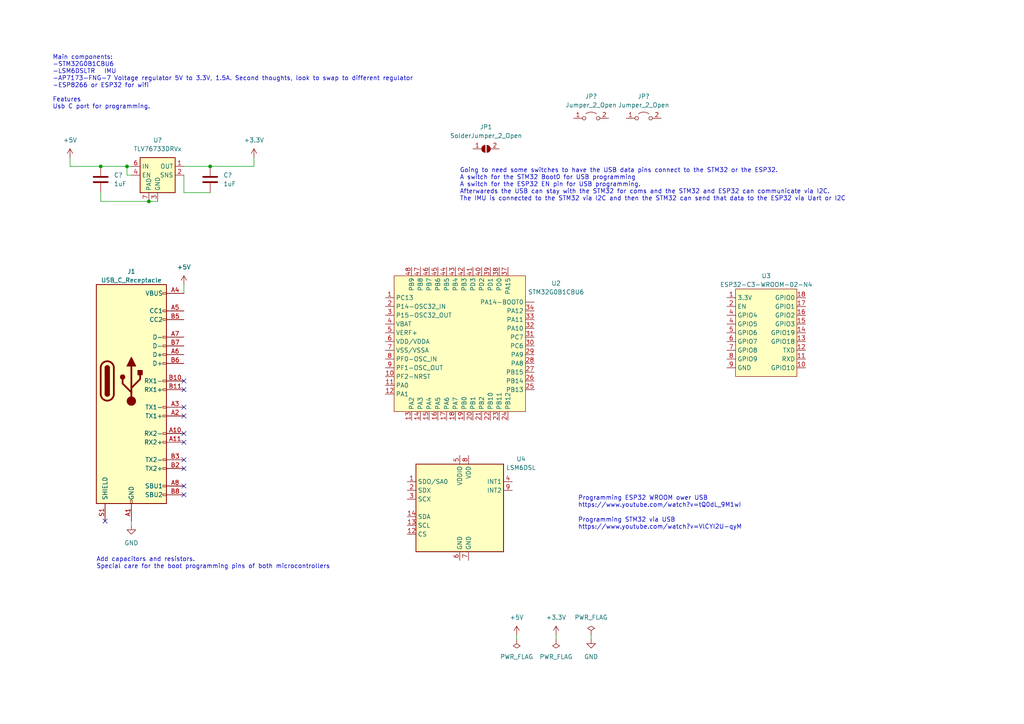
<source format=kicad_sch>
(kicad_sch (version 20211123) (generator eeschema)
  (paper "A4")
  (title_block (title "Microll"))
  (lib_symbols
    (symbol "Connector:USB_C_Receptacle" (pin_names (offset 1.016))
      (property "Reference" "J" (at -10.16 29.21 0))
      (property "Value" "USB_C_Receptacle" (at 10.16 29.21 0))
      (symbol "USB_C_Receptacle_0_0"
        (rectangle (start -0.254 -35.56) (end 0.254 -34.544))
        (rectangle (start 10.16 -32.766) (end 9.144 -33.274))
        (rectangle (start 10.16 -30.226) (end 9.144 -30.734))
        (rectangle (start 10.16 -25.146) (end 9.144 -25.654))
        (rectangle (start 10.16 -22.606) (end 9.144 -23.114))
        (rectangle (start 10.16 -17.526) (end 9.144 -18.034))
        (rectangle (start 10.16 -14.986) (end 9.144 -15.494))
        (rectangle (start 10.16 -9.906) (end 9.144 -10.414))
        (rectangle (start 10.16 -7.366) (end 9.144 -7.874))
        (rectangle (start 10.16 -2.286) (end 9.144 -2.794))
        (rectangle (start 10.16 0.254) (end 9.144 -0.254))
        (rectangle (start 10.16 5.334) (end 9.144 4.826))
        (rectangle (start 10.16 7.874) (end 9.144 7.366))
        (rectangle (start 10.16 10.414) (end 9.144 9.906))
        (rectangle (start 10.16 12.954) (end 9.144 12.446))
        (rectangle (start 10.16 18.034) (end 9.144 17.526))
        (rectangle (start 10.16 20.574) (end 9.144 20.066))
        (rectangle (start 10.16 25.654) (end 9.144 25.146))
      )
      (symbol "USB_C_Receptacle_0_1"
        (rectangle (start -10.16 27.94) (end 10.16 -35.56) (stroke (width 0.254)) (fill (type background)))
        (arc (start -8.89 -3.81) (mid -6.985 -5.715) (end -5.08 -3.81) (stroke (width 0.508)))
        (arc (start -7.62 -3.81) (mid -6.985 -4.445) (end -6.35 -3.81) (stroke (width 0.254)))
        (arc (start -7.62 -3.81) (mid -6.985 -4.445) (end -6.35 -3.81) (stroke (width 0.254)) (fill (type outline)))
        (rectangle (start -7.62 -3.81) (end -6.35 3.81) (stroke (width 0.254)) (fill (type outline)))
        (arc (start -6.35 3.81) (mid -6.985 4.445) (end -7.62 3.81) (stroke (width 0.254)))
        (arc (start -6.35 3.81) (mid -6.985 4.445) (end -7.62 3.81) (stroke (width 0.254)) (fill (type outline)))
        (arc (start -5.08 3.81) (mid -6.985 5.715) (end -8.89 3.81) (stroke (width 0.508)))
        (polyline (pts (xy -8.89 -3.81) (xy -8.89 3.81)) (stroke (width 0.508)))
        (polyline (pts (xy -5.08 3.81) (xy -5.08 -3.81)) (stroke (width 0.508)))
      )
      (symbol "USB_C_Receptacle_1_1"
        (circle (center -2.54 1.143) (radius 0.635) (stroke (width 0.254)) (fill (type outline)))
        (circle (center 0 -5.842) (radius 1.27) (fill (type outline)))
        (polyline (pts (xy 0 -5.842) (xy 0 4.318)) (stroke (width 0.508)))
        (polyline (pts (xy 0 -3.302) (xy -2.54 -0.762) (xy -2.54 0.508)) (stroke (width 0.508)))
        (polyline (pts (xy 0 -2.032) (xy 2.54 0.508) (xy 2.54 1.778)) (stroke (width 0.508)))
        (polyline (pts (xy -1.27 4.318) (xy 0 6.858) (xy 1.27 4.318) (xy -1.27 4.318)) (stroke (width 0.254)) (fill (type outline)))
        (rectangle (start 1.905 1.778) (end 3.175 3.048) (stroke (width 0.254)) (fill (type outline)))
        (pin passive line (at 0 -40.64 90) (length 5.08) (name "GND") (number "A1"))
        (pin bidirectional line (at 15.24 -15.24 180) (length 5.08) (name "RX2-") (number "A10"))
        (pin bidirectional line (at 15.24 -17.78 180) (length 5.08) (name "RX2+") (number "A11"))
        (pin passive line (at 0 -40.64 90) (length 5.08) hide (name "GND") (number "A12"))
        (pin bidirectional line (at 15.24 -10.16 180) (length 5.08) (name "TX1+") (number "A2"))
        (pin bidirectional line (at 15.24 -7.62 180) (length 5.08) (name "TX1-") (number "A3"))
        (pin passive line (at 15.24 25.4 180) (length 5.08) (name "VBUS") (number "A4"))
        (pin bidirectional line (at 15.24 20.32 180) (length 5.08) (name "CC1") (number "A5"))
        (pin bidirectional line (at 15.24 7.62 180) (length 5.08) (name "D+") (number "A6"))
        (pin bidirectional line (at 15.24 12.7 180) (length 5.08) (name "D-") (number "A7"))
        (pin bidirectional line (at 15.24 -30.48 180) (length 5.08) (name "SBU1") (number "A8"))
        (pin passive line (at 15.24 25.4 180) (length 5.08) hide (name "VBUS") (number "A9"))
        (pin passive line (at 0 -40.64 90) (length 5.08) hide (name "GND") (number "B1"))
        (pin bidirectional line (at 15.24 0 180) (length 5.08) (name "RX1-") (number "B10"))
        (pin bidirectional line (at 15.24 -2.54 180) (length 5.08) (name "RX1+") (number "B11"))
        (pin passive line (at 0 -40.64 90) (length 5.08) hide (name "GND") (number "B12"))
        (pin bidirectional line (at 15.24 -25.4 180) (length 5.08) (name "TX2+") (number "B2"))
        (pin bidirectional line (at 15.24 -22.86 180) (length 5.08) (name "TX2-") (number "B3"))
        (pin passive line (at 15.24 25.4 180) (length 5.08) hide (name "VBUS") (number "B4"))
        (pin bidirectional line (at 15.24 17.78 180) (length 5.08) (name "CC2") (number "B5"))
        (pin bidirectional line (at 15.24 5.08 180) (length 5.08) (name "D+") (number "B6"))
        (pin bidirectional line (at 15.24 10.16 180) (length 5.08) (name "D-") (number "B7"))
        (pin bidirectional line (at 15.24 -33.02 180) (length 5.08) (name "SBU2") (number "B8"))
        (pin passive line (at 15.24 25.4 180) (length 5.08) hide (name "VBUS") (number "B9"))
        (pin passive line (at -7.62 -40.64 90) (length 5.08) (name "SHIELD") (number "S1"))
      )
    )
    (symbol "Device:C" (pin_numbers hide) (pin_names (offset 0.254))
      (property "Reference" "C" (at 0.635 2.54 0))
      (property "Value" "C" (at 0.635 -2.54 0))
      (symbol "C_0_1"
        (polyline (pts (xy -2.032 -0.762) (xy 2.032 -0.762)) (stroke (width 0.508)))
        (polyline (pts (xy -2.032 0.762) (xy 2.032 0.762)) (stroke (width 0.508)))
      )
      (symbol "C_1_1"
        (pin passive line (at 0 3.81 270) (length 2.794) (name "~") (number "1"))
        (pin passive line (at 0 -3.81 90) (length 2.794) (name "~") (number "2"))
      )
    )
    (symbol "ESP32:ESP32-C3-WROOM-02-N4"
      (property "Reference" "U" (at 0 12.7 0))
      (property "Value" "ESP32-C3-WROOM-02-N4" (at 0 10.16 0))
      (symbol "ESP32-C3-WROOM-02-N4_0_1"
        (rectangle (start -8.89 8.89) (end 8.89 -16.51) (fill (type background)))
      )
      (symbol "ESP32-C3-WROOM-02-N4_1_1"
        (pin input line (at -11.43 6.35 0) (length 2.54) (name "3.3V") (number "1"))
        (pin input line (at 11.43 -13.97 180) (length 2.54) (name "GPIO10") (number "10"))
        (pin input line (at 11.43 -11.43 180) (length 2.54) (name "RXD") (number "11"))
        (pin input line (at 11.43 -8.89 180) (length 2.54) (name "TXD") (number "12"))
        (pin input line (at 11.43 -6.35 180) (length 2.54) (name "GPIO18") (number "13"))
        (pin input line (at 11.43 -3.81 180) (length 2.54) (name "GPIO19") (number "14"))
        (pin input line (at 11.43 -1.27 180) (length 2.54) (name "GPIO3") (number "15"))
        (pin input line (at 11.43 1.27 180) (length 2.54) (name "GPIO2") (number "16"))
        (pin input line (at 11.43 3.81 180) (length 2.54) (name "GPIO1") (number "17"))
        (pin input line (at 11.43 6.35 180) (length 2.54) (name "GPIO0") (number "18"))
        (pin input line (at -11.43 3.81 0) (length 2.54) (name "EN") (number "2"))
        (pin input line (at -11.43 1.27 0) (length 2.54) (name "GPIO4") (number "4"))
        (pin input line (at -11.43 -1.27 0) (length 2.54) (name "GPIO5") (number "4"))
        (pin input line (at -11.43 -3.81 0) (length 2.54) (name "GPIO6") (number "5"))
        (pin input line (at -11.43 -6.35 0) (length 2.54) (name "GPIO7") (number "6"))
        (pin input line (at -11.43 -8.89 0) (length 2.54) (name "GPIO8") (number "7"))
        (pin input line (at -11.43 -11.43 0) (length 2.54) (name "GPIO9") (number "8"))
        (pin input line (at -11.43 -13.97 0) (length 2.54) (name "GND") (number "9"))
      )
    )
    (symbol "Jumper:Jumper_2_Open" (pin_names (offset 0) hide)
      (property "Reference" "JP" (at 0 2.794 0))
      (property "Value" "Jumper_2_Open" (at 0 -2.286 0))
      (symbol "Jumper_2_Open_0_0"
        (circle (center -2.032 0) (radius 0.508))
        (circle (center 2.032 0) (radius 0.508))
      )
      (symbol "Jumper_2_Open_0_1"
        (arc (start 1.524 1.27) (mid 0 1.778) (end -1.524 1.27))
      )
      (symbol "Jumper_2_Open_1_1"
        (pin passive line (at -5.08 0 0) (length 2.54) (name "A") (number "1"))
        (pin passive line (at 5.08 0 180) (length 2.54) (name "B") (number "2"))
      )
    )
    (symbol "Jumper:SolderJumper_2_Open" (pin_names (offset 0) hide)
      (property "Reference" "JP" (at 0 2.032 0))
      (property "Value" "SolderJumper_2_Open" (at 0 -2.54 0))
      (symbol "SolderJumper_2_Open_0_1"
        (arc (start -0.254 1.016) (mid -1.27 0) (end -0.254 -1.016))
        (arc (start -0.254 1.016) (mid -1.27 0) (end -0.254 -1.016) (fill (type outline)))
        (polyline (pts (xy -0.254 1.016) (xy -0.254 -1.016)))
        (polyline (pts (xy 0.254 1.016) (xy 0.254 -1.016)))
        (arc (start 0.254 -1.016) (mid 1.27 0) (end 0.254 1.016))
        (arc (start 0.254 -1.016) (mid 1.27 0) (end 0.254 1.016) (fill (type outline)))
      )
      (symbol "SolderJumper_2_Open_1_1"
        (pin passive line (at -3.81 0 0) (length 2.54) (name "A") (number "1"))
        (pin passive line (at 3.81 0 180) (length 2.54) (name "B") (number "2"))
      )
    )
    (symbol "Regulator_Linear:TLV76733DRVx"
      (property "Reference" "U" (at 0 8.89 0))
      (property "Value" "TLV76733DRVx" (at 0 6.35 0))
      (symbol "TLV76733DRVx_0_1"
        (rectangle (start -5.08 -5.08) (end 5.08 5.08) (stroke (width 0.254)) (fill (type background)))
      )
      (symbol "TLV76733DRVx_1_1"
        (pin power_out line (at 7.62 2.54 180) (length 2.54) (name "OUT") (number "1"))
        (pin input line (at 7.62 0 180) (length 2.54) (name "SNS") (number "2"))
        (pin power_in line (at 0 -7.62 90) (length 2.54) (name "GND") (number "3"))
        (pin input line (at -7.62 0 0) (length 2.54) (name "EN") (number "4"))
        (pin passive line (at 0 -7.62 90) (length 2.54) hide (name "GND") (number "5"))
        (pin power_in line (at -7.62 2.54 0) (length 2.54) (name "IN") (number "6"))
        (pin passive line (at -2.54 -7.62 90) (length 2.54) (name "PAD") (number "7"))
      )
    )
    (symbol "STM32:STM32G0B1CBU6"
      (property "Reference" "U" (at 19.05 24.13 0))
      (property "Value" "STM32G0B1CBU6" (at 24.13 21.59 0))
      (symbol "STM32G0B1CBU6_0_1"
        (rectangle (start -19.05 20.32) (end 19.05 -19.05) (fill (type background)))
      )
      (symbol "STM32G0B1CBU6_1_1"
        (pin input line (at 21.59 12.7 180) (length 2.54) (name "PA14-BOOT0") (number ""))
        (pin input line (at -21.59 13.97 0) (length 2.54) (name "PC13") (number "1"))
        (pin input line (at -21.59 -8.89 0) (length 2.54) (name "PF2-NRST") (number "10"))
        (pin input line (at -21.59 -11.43 0) (length 2.54) (name "PA0") (number "11"))
        (pin input line (at -21.59 -13.97 0) (length 2.54) (name "PA1") (number "12"))
        (pin input line (at -13.97 -21.59 90) (length 2.54) (name "PA2") (number "13"))
        (pin input line (at -11.43 -21.59 90) (length 2.54) (name "PA3") (number "14"))
        (pin input line (at -8.89 -21.59 90) (length 2.54) (name "PA4") (number "15"))
        (pin input line (at -6.35 -21.59 90) (length 2.54) (name "PA5") (number "16"))
        (pin input line (at -3.81 -21.59 90) (length 2.54) (name "PA6") (number "17"))
        (pin input line (at -1.27 -21.59 90) (length 2.54) (name "PA7") (number "18"))
        (pin input line (at 1.27 -21.59 90) (length 2.54) (name "PB0") (number "19"))
        (pin input line (at -21.59 11.43 0) (length 2.54) (name "P14-OSC32_IN") (number "2"))
        (pin input line (at 3.81 -21.59 90) (length 2.54) (name "PB1") (number "20"))
        (pin input line (at 6.35 -21.59 90) (length 2.54) (name "PB2") (number "21"))
        (pin input line (at 8.89 -21.59 90) (length 2.54) (name "PB10") (number "22"))
        (pin input line (at 11.43 -21.59 90) (length 2.54) (name "PB11") (number "23"))
        (pin input line (at 13.97 -21.59 90) (length 2.54) (name "PB12") (number "24"))
        (pin input line (at 21.59 -12.7 180) (length 2.54) (name "PB13") (number "25"))
        (pin input line (at 21.59 -10.16 180) (length 2.54) (name "PB14") (number "26"))
        (pin input line (at 21.59 -7.62 180) (length 2.54) (name "PB15") (number "27"))
        (pin input line (at 21.59 -5.08 180) (length 2.54) (name "PA8") (number "28"))
        (pin input line (at 21.59 -2.54 180) (length 2.54) (name "PA9") (number "29"))
        (pin input line (at -21.59 8.89 0) (length 2.54) (name "P15-OSC32_OUT") (number "3"))
        (pin input line (at 21.59 0 180) (length 2.54) (name "PC6") (number "30"))
        (pin input line (at 21.59 2.54 180) (length 2.54) (name "PC7") (number "31"))
        (pin input line (at 21.59 5.08 180) (length 2.54) (name "PA10") (number "32"))
        (pin input line (at 21.59 7.62 180) (length 2.54) (name "PA11") (number "33"))
        (pin input line (at 21.59 10.16 180) (length 2.54) (name "PA12") (number "34"))
        (pin input line (at 13.97 22.86 270) (length 2.54) (name "PA15") (number "37"))
        (pin input line (at 11.43 22.86 270) (length 2.54) (name "PD0") (number "38"))
        (pin input line (at 8.89 22.86 270) (length 2.54) (name "PD1") (number "39"))
        (pin input line (at -21.59 6.35 0) (length 2.54) (name "VBAT") (number "4"))
        (pin input line (at 6.35 22.86 270) (length 2.54) (name "PD2") (number "40"))
        (pin input line (at 3.81 22.86 270) (length 2.54) (name "PD3") (number "41"))
        (pin input line (at 1.27 22.86 270) (length 2.54) (name "PB3") (number "42"))
        (pin input line (at -1.27 22.86 270) (length 2.54) (name "PB4") (number "43"))
        (pin input line (at -3.81 22.86 270) (length 2.54) (name "PB5") (number "44"))
        (pin input line (at -6.35 22.86 270) (length 2.54) (name "PB6") (number "45"))
        (pin input line (at -8.89 22.86 270) (length 2.54) (name "PB7") (number "46"))
        (pin input line (at -11.43 22.86 270) (length 2.54) (name "PB8") (number "47"))
        (pin input line (at -13.97 22.86 270) (length 2.54) (name "PB9") (number "48"))
        (pin input line (at -21.59 3.81 0) (length 2.54) (name "VERF+") (number "5"))
        (pin input line (at -21.59 1.27 0) (length 2.54) (name "VDD/VDDA") (number "6"))
        (pin input line (at -21.59 -1.27 0) (length 2.54) (name "VSS/VSSA") (number "7"))
        (pin input line (at -21.59 -3.81 0) (length 2.54) (name "PF0-OSC_IN") (number "8"))
        (pin input line (at -21.59 -6.35 0) (length 2.54) (name "PF1-OSC_OUT") (number "9"))
      )
    )
    (symbol "Sensor_Motion:LSM6DSL"
      (property "Reference" "U" (at -11.43 15.24 0))
      (property "Value" "LSM6DSL" (at -11.43 12.7 0))
      (symbol "LSM6DSL_0_1"
        (rectangle (start -12.7 12.7) (end 12.7 -12.7) (stroke (width 0.254)) (fill (type background)))
      )
      (symbol "LSM6DSL_1_1"
        (pin bidirectional line (at -15.24 7.62 0) (length 2.54) (name "SDO/SA0") (number "1"))
        (pin no_connect line (at 12.7 -5.08 180) (length 3.81) hide (name "NC") (number "10"))
        (pin no_connect line (at 12.7 -2.54 180) (length 3.81) hide (name "NC") (number "11"))
        (pin input line (at -15.24 -7.62 0) (length 2.54) (name "CS") (number "12"))
        (pin input line (at -15.24 -5.08 0) (length 2.54) (name "SCL") (number "13"))
        (pin bidirectional line (at -15.24 -2.54 0) (length 2.54) (name "SDA") (number "14"))
        (pin bidirectional line (at -15.24 5.08 0) (length 2.54) (name "SDX") (number "2"))
        (pin input line (at -15.24 2.54 0) (length 2.54) (name "SCX") (number "3"))
        (pin output line (at 15.24 7.62 180) (length 2.54) (name "INT1") (number "4"))
        (pin power_in line (at 0 15.24 270) (length 2.54) (name "VDDIO") (number "5"))
        (pin power_in line (at 0 -15.24 90) (length 2.54) (name "GND") (number "6"))
        (pin power_in line (at 2.54 -15.24 90) (length 2.54) (name "GND") (number "7"))
        (pin power_in line (at 2.54 15.24 270) (length 2.54) (name "VDD") (number "8"))
        (pin output line (at 15.24 5.08 180) (length 2.54) (name "INT2") (number "9"))
      )
    )
    (symbol "power:+3.3V" (power) (pin_names (offset 0))
      (property "Value" "+3.3V" (at 0 3.556 0))
      (symbol "+3.3V_0_1"
        (polyline (pts (xy -0.762 1.27) (xy 0 2.54)))
        (polyline (pts (xy 0 0) (xy 0 2.54)))
        (polyline (pts (xy 0 2.54) (xy 0.762 1.27)))
      )
      (symbol "+3.3V_1_1"
        (pin power_in line (at 0 0 90) (length 0) hide (name "+3.3V") (number "1"))
      )
    )
    (symbol "power:+5V" (power) (pin_names (offset 0))
      (property "Value" "+5V" (at 0 3.556 0))
      (symbol "+5V_0_1"
        (polyline (pts (xy -0.762 1.27) (xy 0 2.54)))
        (polyline (pts (xy 0 0) (xy 0 2.54)))
        (polyline (pts (xy 0 2.54) (xy 0.762 1.27)))
      )
      (symbol "+5V_1_1"
        (pin power_in line (at 0 0 90) (length 0) hide (name "+5V") (number "1"))
      )
    )
    (symbol "power:GND" (power) (pin_names (offset 0))
      (property "Value" "GND" (at 0 -3.81 0))
      (symbol "GND_0_1"
        (polyline (pts (xy 0 0) (xy 0 -1.27) (xy 1.27 -1.27) (xy 0 -2.54) (xy -1.27 -1.27) (xy 0 -1.27)))
      )
      (symbol "GND_1_1"
        (pin power_in line (at 0 0 270) (length 0) hide (name "GND") (number "1"))
      )
    )
    (symbol "power:PWR_FLAG" (power) (pin_numbers hide) (pin_names (offset 0) hide)
      (property "Value" "PWR_FLAG" (at 0 3.81 0))
      (symbol "PWR_FLAG_0_0"
        (pin power_out line (at 0 0 90) (length 0) (name "pwr") (number "1"))
      )
      (symbol "PWR_FLAG_0_1"
        (polyline (pts (xy 0 0) (xy 0 1.27) (xy -1.016 1.905) (xy 0 2.54) (xy 1.016 1.905) (xy 0 1.27)))
      )
    )
  )
  (junction (at 43.18 58.42))
  (junction (at 36.83 48.26))
  (junction (at 60.96 48.26))
  (junction (at 29.21 48.26))
  (no_connect (at 53.34 133.35))
  (no_connect (at 53.34 143.51))
  (no_connect (at 53.34 140.97))
  (no_connect (at 53.34 120.65))
  (no_connect (at 53.34 128.27))
  (no_connect (at 53.34 118.11))
  (no_connect (at 53.34 113.03))
  (no_connect (at 53.34 125.73))
  (no_connect (at 53.34 110.49))
  (no_connect (at 30.48 151.13))
  (no_connect (at 53.34 135.89))
  (wire (pts (xy 36.83 48.26) (xy 38.1 48.26)))
  (wire (pts (xy 45.72 58.42) (xy 43.18 58.42)))
  (wire (pts (xy 53.34 55.88) (xy 60.96 55.88)))
  (wire (pts (xy 60.96 48.26) (xy 73.66 48.26)))
  (wire (pts (xy 53.34 82.55) (xy 53.34 85.09)))
  (wire (pts (xy 20.32 45.72) (xy 20.32 48.26)))
  (wire (pts (xy 161.29 184.15) (xy 161.29 185.42)))
  (wire (pts (xy 20.32 48.26) (xy 29.21 48.26)))
  (wire (pts (xy 53.34 48.26) (xy 60.96 48.26)))
  (wire (pts (xy 36.83 48.26) (xy 36.83 50.8)))
  (wire (pts (xy 149.86 184.15) (xy 149.86 185.42)))
  (wire (pts (xy 171.45 184.15) (xy 171.45 185.42)))
  (wire (pts (xy 38.1 152.4) (xy 38.1 151.13)))
  (wire (pts (xy 29.21 48.26) (xy 36.83 48.26)))
  (wire (pts (xy 38.1 50.8) (xy 36.83 50.8)))
  (wire (pts (xy 53.34 50.8) (xy 53.34 55.88)))
  (wire (pts (xy 43.18 58.42) (xy 29.21 58.42)))
  (wire (pts (xy 73.66 45.72) (xy 73.66 48.26)))
  (wire (pts (xy 29.21 58.42) (xy 29.21 55.88)))
  (text "Going to need some switches to have the USB data pins connect to the STM32 or the ESP32.\nA switch for the STM32 Boot0 for USB programming\nA switch for the ESP32 EN pin for USB programming.\nAfterwareds the USB can stay with the STM32 for coms and the STM32 and ESP32 can communicate via I2C.\nThe IMU is connected to the STM32 via I2C and then the STM32 can send that data to the ESP32 via Uart or I2C" (at 133.35 58.42 0) (effects (font (size 1.27 1.27)) (justify left bottom)))
  (text "Programming ESP32 WROOM ower USB\nhttps://www.youtube.com/watch?v=tQ0dL_9M1wI" (at 167.64 147.32 0) (effects (font (size 1.27 1.27)) (justify left bottom)))
  (text "Programming STM32 via USB\nhttps://www.youtube.com/watch?v=VlCYI2U-qyM" (at 167.64 153.67 0) (effects (font (size 1.27 1.27)) (justify left bottom)))
  (text "Add capacitors and resistors.\nSpecial care for the boot programming pins of both microcontrollers" (at 27.94 165.1 0) (effects (font (size 1.27 1.27)) (justify left bottom)))
  (text "Main components:\n-STM32G0B1CBU6	\n-LSM6DSLTR	IMU\n-AP7173-FNG-7 Voltage regulator 5V to 3.3V, 1.5A. Second thoughts, look to swap to different regulator\n-ESP8266 or ESP32 for wifi\n\nFeatures\nUsb C port for programming." (at 15.24 31.75 0) (effects (font (size 1.27 1.27)) (justify left bottom)))
  (symbol (lib_id "power:+5V") (at 53.34 82.55 0) (unit 1)
    (property "Reference" "#PWR?" (effects hide))
    (property "Value" "+5V" (at 53.34 77.47 0))
  )
  (symbol (lib_id "power:PWR_FLAG") (at 149.86 185.42 180) (unit 1)
    (property "Reference" "#FLG?" (effects hide))
    (property "Value" "PWR_FLAG" (at 149.86 190.5 0))
  )
  (symbol (lib_id "power:+5V") (at 20.32 45.72 0) (unit 1)
    (property "Reference" "#PWR?" (effects hide))
    (property "Value" "+5V" (at 20.32 40.64 0))
  )
  (symbol (lib_id "Jumper:SolderJumper_2_Open") (at 140.97 43.18 0) (unit 1)
    (property "Reference" "JP1" (at 140.97 36.83 0))
    (property "Value" "SolderJumper_2_Open" (at 140.97 39.37 0))
    (property "Footprint" "SolderJumper-2_P1.3mm_Open_RoundedPad1.0x1.5mm" (effects hide))
  )
  (symbol (lib_id "Regulator_Linear:TLV76733DRVx") (at 45.72 50.8 0) (unit 1)
    (property "Reference" "U?" (at 45.72 40.64 0))
    (property "Value" "TLV76733DRVx" (at 45.72 43.18 0))
    (property "Footprint" "Package_SON:WSON-6-1EP_2x2mm_P0.65mm_EP1x1.6mm_ThermalVias" (effects hide))
    (property "Datasheet" "www.ti.com/lit/gpn/TLV767" (effects hide))
  )
  (symbol (lib_id "ESP32:ESP32-C3-WROOM-02-N4") (at 222.25 92.71 0) (unit 1)
    (property "Reference" "U3" (at 222.25 80.01 0))
    (property "Value" "ESP32-C3-WROOM-02-N4" (at 222.25 82.55 0))
    (property "Footprint" "ESP32:ESP32-C3-WROOM-02-N4" (effects hide))
    (property "Datasheet" "https://www.espressif.com/sites/default/files/documentation/esp32-c3-wroom-02_datasheet_en.pdf" (effects hide))
  )
  (symbol (lib_id "Device:C") (at 29.21 52.07 0) (unit 1)
    (property "Reference" "C?" (at 33.02 50.7999 0) (effects (justify left)))
    (property "Value" "1uF" (at 33.02 53.3399 0) (effects (justify left)))
  )
  (symbol (lib_id "STM32:STM32G0B1CBU6") (at 133.35 100.33 0) (unit 1)
    (property "Reference" "U2" (at 161.29 82.1688 0))
    (property "Value" "STM32G0B1CBU6" (at 161.29 84.7088 0))
    (property "Footprint" "STM32:STM32G0B1CBU6" (effects hide))
    (property "Datasheet" "file:///home/ruben/Downloads/stm32g0b1cb.pdf" (effects hide))
  )
  (symbol (lib_id "power:+3.3V") (at 73.66 45.72 0) (unit 1)
    (property "Reference" "#PWR?" (effects hide))
    (property "Value" "+3.3V" (at 73.66 40.64 0))
  )
  (symbol (lib_id "Jumper:Jumper_2_Open") (at 186.69 34.29 0) (unit 1)
    (property "Reference" "JP?" (at 186.69 27.94 0))
    (property "Value" "Jumper_2_Open" (at 186.69 30.48 0))
  )
  (symbol (lib_id "Device:C") (at 60.96 52.07 0) (unit 1)
    (property "Reference" "C?" (at 64.77 50.7999 0) (effects (justify left)))
    (property "Value" "1uF" (at 64.77 53.3399 0) (effects (justify left)))
  )
  (symbol (lib_id "Sensor_Motion:LSM6DSL") (at 133.35 147.32 0) (unit 1)
    (property "Reference" "U4" (at 151.13 133.1212 0))
    (property "Value" "LSM6DSL" (at 151.13 135.6612 0))
    (property "Footprint" "Package_LGA:LGA-14_3x2.5mm_P0.5mm_LayoutBorder3x4y" (effects hide))
    (property "Datasheet" "https://www.st.com/resource/en/datasheet/lsm6dsl.pdf" (effects hide))
  )
  (symbol (lib_id "power:GND") (at 38.1 152.4 0) (unit 1)
    (property "Reference" "#PWR?" (effects hide))
    (property "Value" "GND" (at 38.1 157.48 0))
  )
  (symbol (lib_id "power:PWR_FLAG") (at 161.29 185.42 180) (unit 1)
    (property "Reference" "#FLG?" (effects hide))
    (property "Value" "PWR_FLAG" (at 161.29 190.5 0))
  )
  (symbol (lib_id "Connector:USB_C_Receptacle") (at 38.1 110.49 0) (unit 1)
    (property "Reference" "J1" (at 38.1 78.74 0))
    (property "Value" "USB_C_Receptacle" (at 38.1 81.28 0))
    (property "Footprint" "Connector_USB:USB_C_Receptacle_GCT_USB4105-xx-A_16P_TopMnt_Horizontal" (effects hide))
    (property "Datasheet" "https://www.usb.org/sites/default/files/documents/usb_type-c.zip" (effects hide))
    (property "Datasheet2" "https://mm.digikey.com/Volume0/opasdata/d220001/medias/docus/5492/USB4105.pdf" (effects hide))
  )
  (symbol (lib_id "Jumper:Jumper_2_Open") (at 171.45 34.29 0) (unit 1)
    (property "Reference" "JP?" (at 171.45 27.94 0))
    (property "Value" "Jumper_2_Open" (at 171.45 30.48 0))
  )
  (symbol (lib_id "power:+3.3V") (at 161.29 184.15 0) (unit 1)
    (property "Reference" "#PWR?" (effects hide))
    (property "Value" "+3.3V" (at 161.29 179.07 0))
  )
  (symbol (lib_id "power:GND") (at 171.45 185.42 0) (unit 1)
    (property "Reference" "#PWR?" (effects hide))
    (property "Value" "GND" (at 171.45 190.5 0))
  )
  (symbol (lib_id "power:PWR_FLAG") (at 171.45 184.15 0) (unit 1)
    (property "Reference" "#FLG?" (effects hide))
    (property "Value" "PWR_FLAG" (at 171.45 179.07 0))
  )
  (symbol (lib_id "power:+5V") (at 149.86 184.15 0) (unit 1)
    (property "Reference" "#PWR?" (effects hide))
    (property "Value" "+5V" (at 149.86 179.07 0))
  )
)
</source>
